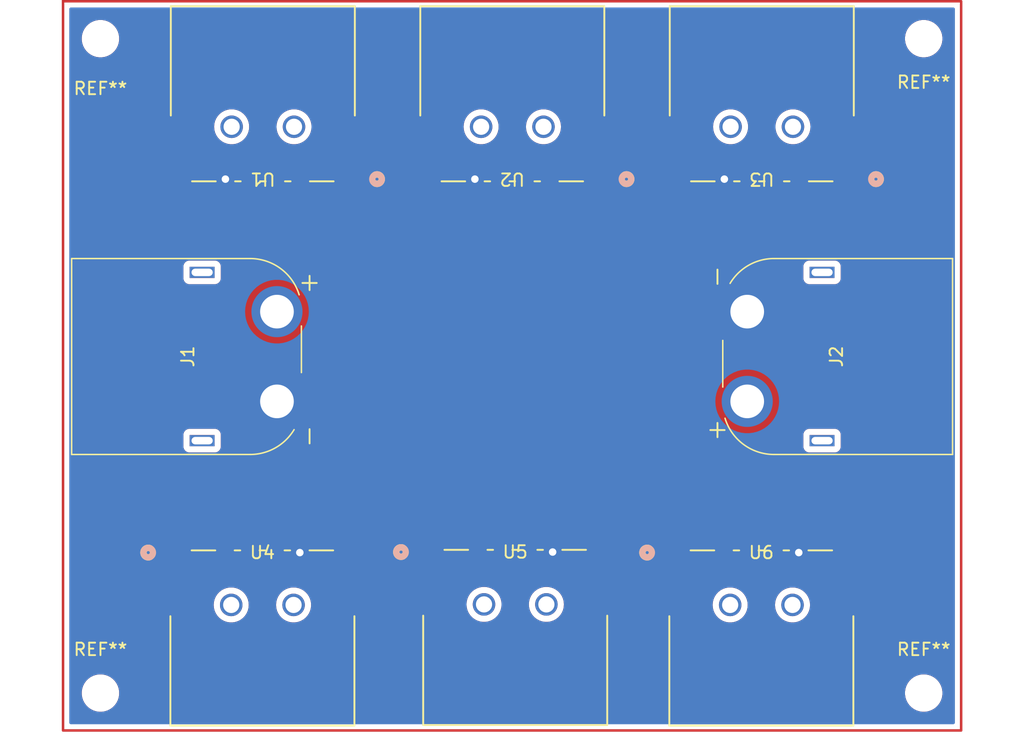
<source format=kicad_pcb>
(kicad_pcb (version 20240108) (generator "pcbnew") (generator_version "8.0")
  (layers (0 "F.Cu" signal) (31 "B.Cu" signal) (34 "B.Paste" user) (35 "F.Paste" user) (36 "B.SilkS" user "B.Silkscreen") (37 "F.SilkS" user "F.Silkscreen") (38 "B.Mask" user) (39 "F.Mask" user) (44 "Edge.Cuts" user))
  (net 0 "")
  (net 1 "VCC")
  (net 4 "GND")
  (footprint "Connector_AMASS:AMASS_XT60PW-M_1x02_P7.20mm_Horizontal" (layer "F.Cu") (at 152.85 87.9 -90)
    (property "Reference" "J2" (at 3.6 -7.15 90) (layer "F.SilkS"))
    (property "Value" "XT60PW-M")
    (fp_line (start 2.31 1.96) (end 6.05 1.96) (stroke (width 0.12)) (layer "F.SilkS"))
    (fp_line (start -4.26 -16.46) (end -4.26 -2.15) (stroke (width 0.12)) (layer "F.SilkS"))
    (fp_line (start -4.26 -16.46) (end 11.46 -16.46) (stroke (width 0.12)) (layer "F.SilkS"))
    (fp_line (start 11.46 -16.46) (end 11.46 -2.15) (stroke (width 0.12)) (layer "F.SilkS"))
    (fp_arc (start -2.266806 1.372958) (mid -3.727162 -0.126139) (end -4.26 -2.15) (stroke (width 0.12)) (layer "F.SilkS"))
    (fp_arc (start 11.46 -2.15) (mid 10.653852 0.294722) (end 8.551648 1.780413) (stroke (width 0.12)) (layer "F.SilkS"))
    (fp_text user "+" (at 9.5 2.5 90) (layer "F.SilkS") (effects (font (size 1.5 1.5))))
    (fp_text user "-" (at -2.8 2.5 90) (layer "F.SilkS") (effects (font (size 1.5 1.5))))
    (pad "" thru_hole rect (at -3.15 -6 270) (size 0.9 2) (drill oval 0.6 1.7) (layers "*.Cu" "*.Mask"))
    (pad "" thru_hole rect (at 10.35 -6 270) (size 0.9 2) (drill oval 0.6 1.7) (layers "*.Cu" "*.Mask"))
    (pad "1" thru_hole roundrect (at 0 0 270) (size 4.1 4.1) (drill 2.7) (layers "*.Cu" "*.Mask") (net 4 "GND"))
    (pad "2" thru_hole circle (at 7.2 0 270) (size 4.1 4.1) (drill 2.7) (layers "*.Cu" "*.Mask") (net 1 "VCC"))
  )
  (footprint "MountingHole:MountingHole_2.5mm" (layer "F.Cu") (at 101 118.5)
    (property "Reference" "REF**" (at 0 -3.5 0) (layer "F.SilkS"))
    (property "Value" "MountingHole_2.5mm")
    (pad "" np_thru_hole circle (at 0 0) (size 2.5 2.5) (drill 2.5) (layers "*.Cu" "*.Mask"))
  )
  (footprint "_Footprints:USB-A-S-RA-TSMT_ADM" (layer "F.Cu") (at 131.250003 107.186407)
    (property "Reference" "U5" (at 2.999999 0 0) (layer "F.SilkS"))
    (property "Value" "USB-A-S-RA-TSMT")
    (fp_circle (center -6.155 0) (end -5.774 0) (stroke (width 0.508)) (fill none) (layer "B.SilkS"))
    (fp_line (start -4.376999 5.104232) (end -4.376999 13.877001) (stroke (width 0.1524)) (layer "F.SilkS"))
    (fp_line (start -4.376999 13.877001) (end 10.376998 13.877001) (stroke (width 0.1524)) (layer "F.SilkS"))
    (fp_line (start -0.77724 -0.177) (end -2.672659 -0.177) (stroke (width 0.1524)) (layer "F.SilkS"))
    (fp_line (start 1.222759 -0.177) (end 0.77724 -0.177) (stroke (width 0.1524)) (layer "F.SilkS"))
    (fp_line (start 3.22276 -0.177) (end 2.777239 -0.177) (stroke (width 0.1524)) (layer "F.SilkS"))
    (fp_line (start 5.222758 -0.177) (end 4.77724 -0.177) (stroke (width 0.1524)) (layer "F.SilkS"))
    (fp_line (start 8.672657 -0.177) (end 6.777238 -0.177) (stroke (width 0.1524)) (layer "F.SilkS"))
    (fp_line (start 10.376998 13.877001) (end 10.376998 5.104232) (stroke (width 0.1524)) (layer "F.SilkS"))
    (fp_arc (start -6.005139 0.350289) (mid -6.536 0) (end -6.005139 -0.350289) (stroke (width 0.508)) (layer "F.SilkS"))
    (pad "1" smd rect (at 0 0) (size 0.889 2.4892) (layers "F.Cu" "F.Paste" "F.Mask") (net 1 "VCC"))
    (pad "2" smd rect (at 1.999999 0) (size 0.889 2.4892) (layers "F.Cu" "F.Paste" "F.Mask"))
    (pad "3" smd rect (at 4 0) (size 0.889 2.4892) (layers "F.Cu" "F.Paste" "F.Mask"))
    (pad "4" smd rect (at 5.999998 0) (size 0.889 2.4892) (layers "F.Cu" "F.Paste" "F.Mask") (net 4 "GND"))
    (pad "5" thru_hole circle (at 0.499999 4.199999) (size 1.8034 1.8034) (drill 1.2954) (layers "*.Cu" "*.Mask"))
    (pad "6" thru_hole circle (at 5.499999 4.199999) (size 1.8034 1.8034) (drill 1.2954) (layers "*.Cu" "*.Mask"))
    (pad "7" smd rect (at -4.249999 2.193392) (size 2.4892 5.1562) (layers "F.Cu" "F.Paste" "F.Mask"))
    (pad "8" smd rect (at 10.249997 2.193392) (size 2.4892 5.1562) (layers "F.Cu" "F.Paste" "F.Mask"))
  )
  (footprint "_Footprints:USB-A-S-RA-TSMT_ADM" (layer "F.Cu") (at 117.017399 77.270101 180)
    (property "Reference" "U1" (at 2.999999 0 180) (layer "F.SilkS"))
    (property "Value" "USB-A-S-RA-TSMT")
    (fp_circle (center -6.155 0) (end -5.774 0) (stroke (width 0.508)) (fill none) (layer "B.SilkS"))
    (fp_line (start 10.376998 13.877001) (end 10.376998 5.104232) (stroke (width 0.1524)) (layer "F.SilkS"))
    (fp_line (start 8.672657 -0.177) (end 6.777238 -0.177) (stroke (width 0.1524)) (layer "F.SilkS"))
    (fp_line (start 5.222758 -0.177) (end 4.77724 -0.177) (stroke (width 0.1524)) (layer "F.SilkS"))
    (fp_line (start 3.22276 -0.177) (end 2.777239 -0.177) (stroke (width 0.1524)) (layer "F.SilkS"))
    (fp_line (start 1.222759 -0.177) (end 0.77724 -0.177) (stroke (width 0.1524)) (layer "F.SilkS"))
    (fp_line (start -0.77724 -0.177) (end -2.672659 -0.177) (stroke (width 0.1524)) (layer "F.SilkS"))
    (fp_line (start -4.376999 13.877001) (end 10.376998 13.877001) (stroke (width 0.1524)) (layer "F.SilkS"))
    (fp_line (start -4.376999 5.104232) (end -4.376999 13.877001) (stroke (width 0.1524)) (layer "F.SilkS"))
    (fp_arc (start -6.005139 0.350289) (mid -6.536 0) (end -6.005139 -0.350289) (stroke (width 0.508)) (layer "F.SilkS"))
    (pad "1" smd rect (at 0 0 180) (size 0.889 2.4892) (layers "F.Cu" "F.Paste" "F.Mask") (net 1 "VCC"))
    (pad "2" smd rect (at 1.999999 0 180) (size 0.889 2.4892) (layers "F.Cu" "F.Paste" "F.Mask"))
    (pad "3" smd rect (at 4 0 180) (size 0.889 2.4892) (layers "F.Cu" "F.Paste" "F.Mask"))
    (pad "4" smd rect (at 5.999998 0 180) (size 0.889 2.4892) (layers "F.Cu" "F.Paste" "F.Mask") (net 4 "GND"))
    (pad "5" thru_hole circle (at 0.499999 4.199999 180) (size 1.8034 1.8034) (drill 1.2954) (layers "*.Cu" "*.Mask"))
    (pad "6" thru_hole circle (at 5.499999 4.199999 180) (size 1.8034 1.8034) (drill 1.2954) (layers "*.Cu" "*.Mask"))
    (pad "7" smd rect (at -4.249999 2.193392 180) (size 2.4892 5.1562) (layers "F.Cu" "F.Paste" "F.Mask"))
    (pad "8" smd rect (at 10.249997 2.193392 180) (size 2.4892 5.1562) (layers "F.Cu" "F.Paste" "F.Mask"))
  )
  (footprint "_Footprints:USB-A-S-RA-TSMT_ADM" (layer "F.Cu") (at 157.017399 77.270101 180)
    (property "Reference" "U3" (at 2.999999 0 180) (layer "F.SilkS"))
    (property "Value" "USB-A-S-RA-TSMT")
    (fp_circle (center -6.155 0) (end -5.774 0) (stroke (width 0.508)) (fill none) (layer "B.SilkS"))
    (fp_line (start 10.376998 13.877001) (end 10.376998 5.104232) (stroke (width 0.1524)) (layer "F.SilkS"))
    (fp_line (start 8.672657 -0.177) (end 6.777238 -0.177) (stroke (width 0.1524)) (layer "F.SilkS"))
    (fp_line (start 5.222758 -0.177) (end 4.77724 -0.177) (stroke (width 0.1524)) (layer "F.SilkS"))
    (fp_line (start 3.22276 -0.177) (end 2.777239 -0.177) (stroke (width 0.1524)) (layer "F.SilkS"))
    (fp_line (start 1.222759 -0.177) (end 0.77724 -0.177) (stroke (width 0.1524)) (layer "F.SilkS"))
    (fp_line (start -0.77724 -0.177) (end -2.672659 -0.177) (stroke (width 0.1524)) (layer "F.SilkS"))
    (fp_line (start -4.376999 13.877001) (end 10.376998 13.877001) (stroke (width 0.1524)) (layer "F.SilkS"))
    (fp_line (start -4.376999 5.104232) (end -4.376999 13.877001) (stroke (width 0.1524)) (layer "F.SilkS"))
    (fp_arc (start -6.005139 0.350289) (mid -6.536 0) (end -6.005139 -0.350289) (stroke (width 0.508)) (layer "F.SilkS"))
    (pad "1" smd rect (at 0 0 180) (size 0.889 2.4892) (layers "F.Cu" "F.Paste" "F.Mask") (net 1 "VCC"))
    (pad "2" smd rect (at 1.999999 0 180) (size 0.889 2.4892) (layers "F.Cu" "F.Paste" "F.Mask"))
    (pad "3" smd rect (at 4 0 180) (size 0.889 2.4892) (layers "F.Cu" "F.Paste" "F.Mask"))
    (pad "4" smd rect (at 5.999998 0 180) (size 0.889 2.4892) (layers "F.Cu" "F.Paste" "F.Mask") (net 4 "GND"))
    (pad "5" thru_hole circle (at 0.499999 4.199999 180) (size 1.8034 1.8034) (drill 1.2954) (layers "*.Cu" "*.Mask"))
    (pad "6" thru_hole circle (at 5.499999 4.199999 180) (size 1.8034 1.8034) (drill 1.2954) (layers "*.Cu" "*.Mask"))
    (pad "7" smd rect (at -4.249999 2.193392 180) (size 2.4892 5.1562) (layers "F.Cu" "F.Paste" "F.Mask"))
    (pad "8" smd rect (at 10.249997 2.193392 180) (size 2.4892 5.1562) (layers "F.Cu" "F.Paste" "F.Mask"))
  )
  (footprint "_Footprints:USB-A-S-RA-TSMT_ADM" (layer "F.Cu") (at 150.982601 107.2299)
    (property "Reference" "U6" (at 2.999999 0 0) (layer "F.SilkS"))
    (property "Value" "USB-A-S-RA-TSMT")
    (fp_circle (center -6.155 0) (end -5.774 0) (stroke (width 0.508)) (fill none) (layer "B.SilkS"))
    (fp_line (start -4.376999 5.104232) (end -4.376999 13.877001) (stroke (width 0.1524)) (layer "F.SilkS"))
    (fp_line (start -4.376999 13.877001) (end 10.376998 13.877001) (stroke (width 0.1524)) (layer "F.SilkS"))
    (fp_line (start -0.77724 -0.177) (end -2.672659 -0.177) (stroke (width 0.1524)) (layer "F.SilkS"))
    (fp_line (start 1.222759 -0.177) (end 0.77724 -0.177) (stroke (width 0.1524)) (layer "F.SilkS"))
    (fp_line (start 3.22276 -0.177) (end 2.777239 -0.177) (stroke (width 0.1524)) (layer "F.SilkS"))
    (fp_line (start 5.222758 -0.177) (end 4.77724 -0.177) (stroke (width 0.1524)) (layer "F.SilkS"))
    (fp_line (start 8.672657 -0.177) (end 6.777238 -0.177) (stroke (width 0.1524)) (layer "F.SilkS"))
    (fp_line (start 10.376998 13.877001) (end 10.376998 5.104232) (stroke (width 0.1524)) (layer "F.SilkS"))
    (fp_arc (start -6.005139 0.350289) (mid -6.536 0) (end -6.005139 -0.350289) (stroke (width 0.508)) (layer "F.SilkS"))
    (pad "1" smd rect (at 0 0) (size 0.889 2.4892) (layers "F.Cu" "F.Paste" "F.Mask") (net 1 "VCC"))
    (pad "2" smd rect (at 1.999999 0) (size 0.889 2.4892) (layers "F.Cu" "F.Paste" "F.Mask"))
    (pad "3" smd rect (at 4 0) (size 0.889 2.4892) (layers "F.Cu" "F.Paste" "F.Mask"))
    (pad "4" smd rect (at 5.999998 0) (size 0.889 2.4892) (layers "F.Cu" "F.Paste" "F.Mask") (net 4 "GND"))
    (pad "5" thru_hole circle (at 0.499999 4.199999) (size 1.8034 1.8034) (drill 1.2954) (layers "*.Cu" "*.Mask"))
    (pad "6" thru_hole circle (at 5.499999 4.199999) (size 1.8034 1.8034) (drill 1.2954) (layers "*.Cu" "*.Mask"))
    (pad "7" smd rect (at -4.249999 2.193392) (size 2.4892 5.1562) (layers "F.Cu" "F.Paste" "F.Mask"))
    (pad "8" smd rect (at 10.249997 2.193392) (size 2.4892 5.1562) (layers "F.Cu" "F.Paste" "F.Mask"))
  )
  (footprint "Connector_AMASS:AMASS_XT60PW-M_1x02_P7.20mm_Horizontal" (layer "F.Cu") (at 115.15 95.1 90)
    (property "Reference" "J1" (at 3.6 -7.15 90) (layer "F.SilkS"))
    (property "Value" "XT60PW-M")
    (fp_line (start 11.46 -16.46) (end 11.46 -2.15) (stroke (width 0.12)) (layer "F.SilkS"))
    (fp_line (start -4.26 -16.46) (end 11.46 -16.46) (stroke (width 0.12)) (layer "F.SilkS"))
    (fp_line (start -4.26 -16.46) (end -4.26 -2.15) (stroke (width 0.12)) (layer "F.SilkS"))
    (fp_line (start 2.31 1.96) (end 6.05 1.96) (stroke (width 0.12)) (layer "F.SilkS"))
    (fp_arc (start 11.46 -2.15) (mid 10.653852 0.294722) (end 8.551648 1.780413) (stroke (width 0.12)) (layer "F.SilkS"))
    (fp_arc (start -2.266806 1.372958) (mid -3.727162 -0.126139) (end -4.26 -2.15) (stroke (width 0.12)) (layer "F.SilkS"))
    (fp_text user "-" (at -2.8 2.5 90) (layer "F.SilkS") (effects (font (size 1.5 1.5))))
    (fp_text user "+" (at 9.5 2.5 90) (layer "F.SilkS") (effects (font (size 1.5 1.5))))
    (pad "" thru_hole rect (at -3.15 -6 90) (size 0.9 2) (drill oval 0.6 1.7) (layers "*.Cu" "*.Mask"))
    (pad "" thru_hole rect (at 10.35 -6 90) (size 0.9 2) (drill oval 0.6 1.7) (layers "*.Cu" "*.Mask"))
    (pad "1" thru_hole roundrect (at 0 0 90) (size 4.1 4.1) (drill 2.7) (layers "*.Cu" "*.Mask") (net 4 "GND"))
    (pad "2" thru_hole circle (at 7.2 0 90) (size 4.1 4.1) (drill 2.7) (layers "*.Cu" "*.Mask") (net 1 "VCC"))
  )
  (footprint "MountingHole:MountingHole_2.5mm" (layer "F.Cu") (at 101 66)
    (property "Reference" "REF**" (at 0 4 0) (layer "F.SilkS"))
    (property "Value" "MountingHole_2.5mm")
    (pad "" np_thru_hole circle (at 0 0) (size 2.5 2.5) (drill 2.5) (layers "*.Cu" "*.Mask"))
  )
  (footprint "MountingHole:MountingHole_2.5mm" (layer "F.Cu") (at 167 118.5)
    (property "Reference" "REF**" (at 0 -3.5 0) (layer "F.SilkS"))
    (property "Value" "MountingHole_2.5mm")
    (pad "" np_thru_hole circle (at 0 0) (size 2.5 2.5) (drill 2.5) (layers "*.Cu" "*.Mask"))
  )
  (footprint "_Footprints:USB-A-S-RA-TSMT_ADM" (layer "F.Cu") (at 110.982601 107.2299)
    (property "Reference" "U4" (at 2.999999 0 0) (layer "F.SilkS"))
    (property "Value" "USB-A-S-RA-TSMT")
    (fp_circle (center -6.155 0) (end -5.774 0) (stroke (width 0.508)) (fill none) (layer "B.SilkS"))
    (fp_line (start -4.376999 5.104232) (end -4.376999 13.877001) (stroke (width 0.1524)) (layer "F.SilkS"))
    (fp_line (start -4.376999 13.877001) (end 10.376998 13.877001) (stroke (width 0.1524)) (layer "F.SilkS"))
    (fp_line (start -0.77724 -0.177) (end -2.672659 -0.177) (stroke (width 0.1524)) (layer "F.SilkS"))
    (fp_line (start 1.222759 -0.177) (end 0.77724 -0.177) (stroke (width 0.1524)) (layer "F.SilkS"))
    (fp_line (start 3.22276 -0.177) (end 2.777239 -0.177) (stroke (width 0.1524)) (layer "F.SilkS"))
    (fp_line (start 5.222758 -0.177) (end 4.77724 -0.177) (stroke (width 0.1524)) (layer "F.SilkS"))
    (fp_line (start 8.672657 -0.177) (end 6.777238 -0.177) (stroke (width 0.1524)) (layer "F.SilkS"))
    (fp_line (start 10.376998 13.877001) (end 10.376998 5.104232) (stroke (width 0.1524)) (layer "F.SilkS"))
    (fp_arc (start -6.005139 0.350289) (mid -6.536 0) (end -6.005139 -0.350289) (stroke (width 0.508)) (layer "F.SilkS"))
    (pad "1" smd rect (at 0 0) (size 0.889 2.4892) (layers "F.Cu" "F.Paste" "F.Mask") (net 1 "VCC"))
    (pad "2" smd rect (at 1.999999 0) (size 0.889 2.4892) (layers "F.Cu" "F.Paste" "F.Mask"))
    (pad "3" smd rect (at 4 0) (size 0.889 2.4892) (layers "F.Cu" "F.Paste" "F.Mask"))
    (pad "4" smd rect (at 5.999998 0) (size 0.889 2.4892) (layers "F.Cu" "F.Paste" "F.Mask") (net 4 "GND"))
    (pad "5" thru_hole circle (at 0.499999 4.199999) (size 1.8034 1.8034) (drill 1.2954) (layers "*.Cu" "*.Mask"))
    (pad "6" thru_hole circle (at 5.499999 4.199999) (size 1.8034 1.8034) (drill 1.2954) (layers "*.Cu" "*.Mask"))
    (pad "7" smd rect (at -4.249999 2.193392) (size 2.4892 5.1562) (layers "F.Cu" "F.Paste" "F.Mask"))
    (pad "8" smd rect (at 10.249997 2.193392) (size 2.4892 5.1562) (layers "F.Cu" "F.Paste" "F.Mask"))
  )
  (footprint "_Footprints:USB-A-S-RA-TSMT_ADM" (layer "F.Cu") (at 137.017399 77.270101 180)
    (property "Reference" "U2" (at 2.999999 0 180) (layer "F.SilkS"))
    (property "Value" "USB-A-S-RA-TSMT")
    (fp_circle (center -6.155 0) (end -5.774 0) (stroke (width 0.508)) (fill none) (layer "B.SilkS"))
    (fp_line (start 10.376998 13.877001) (end 10.376998 5.104232) (stroke (width 0.1524)) (layer "F.SilkS"))
    (fp_line (start 8.672657 -0.177) (end 6.777238 -0.177) (stroke (width 0.1524)) (layer "F.SilkS"))
    (fp_line (start 5.222758 -0.177) (end 4.77724 -0.177) (stroke (width 0.1524)) (layer "F.SilkS"))
    (fp_line (start 3.22276 -0.177) (end 2.777239 -0.177) (stroke (width 0.1524)) (layer "F.SilkS"))
    (fp_line (start 1.222759 -0.177) (end 0.77724 -0.177) (stroke (width 0.1524)) (layer "F.SilkS"))
    (fp_line (start -0.77724 -0.177) (end -2.672659 -0.177) (stroke (width 0.1524)) (layer "F.SilkS"))
    (fp_line (start -4.376999 13.877001) (end 10.376998 13.877001) (stroke (width 0.1524)) (layer "F.SilkS"))
    (fp_line (start -4.376999 5.104232) (end -4.376999 13.877001) (stroke (width 0.1524)) (layer "F.SilkS"))
    (fp_arc (start -6.005139 0.350289) (mid -6.536 0) (end -6.005139 -0.350289) (stroke (width 0.508)) (layer "F.SilkS"))
    (pad "1" smd rect (at 0 0 180) (size 0.889 2.4892) (layers "F.Cu" "F.Paste" "F.Mask") (net 1 "VCC"))
    (pad "2" smd rect (at 1.999999 0 180) (size 0.889 2.4892) (layers "F.Cu" "F.Paste" "F.Mask"))
    (pad "3" smd rect (at 4 0 180) (size 0.889 2.4892) (layers "F.Cu" "F.Paste" "F.Mask"))
    (pad "4" smd rect (at 5.999998 0 180) (size 0.889 2.4892) (layers "F.Cu" "F.Paste" "F.Mask") (net 4 "GND"))
    (pad "5" thru_hole circle (at 0.499999 4.199999 180) (size 1.8034 1.8034) (drill 1.2954) (layers "*.Cu" "*.Mask"))
    (pad "6" thru_hole circle (at 5.499999 4.199999 180) (size 1.8034 1.8034) (drill 1.2954) (layers "*.Cu" "*.Mask"))
    (pad "7" smd rect (at -4.249999 2.193392 180) (size 2.4892 5.1562) (layers "F.Cu" "F.Paste" "F.Mask"))
    (pad "8" smd rect (at 10.249997 2.193392 180) (size 2.4892 5.1562) (layers "F.Cu" "F.Paste" "F.Mask"))
  )
  (footprint "MountingHole:MountingHole_2.5mm" (layer "F.Cu") (at 167 66)
    (property "Reference" "REF**" (at 0 3.5 0) (layer "F.SilkS"))
    (property "Value" "MountingHole_2.5mm")
    (pad "" np_thru_hole circle (at 0 0) (size 2.5 2.5) (drill 2.5) (layers "*.Cu" "*.Mask"))
  )
  (gr_rect (start 98 63) (end 170 121.5) (stroke (width 0.2)) (fill none) (layer "F.Cu"))
  (via (at 151.017401 77.270101) (size 0.8) (drill 0.6) (layers "F.Cu" "B.Cu") (net 4))
  (via (at 137.250001 107.186407) (size 0.8) (drill 0.6) (layers "F.Cu" "B.Cu") (net 4))
  (via (at 116.982599 107.2299) (size 0.8) (drill 0.6) (layers "F.Cu" "B.Cu") (net 4))
  (via (at 111.017401 77.270101) (size 0.8) (drill 0.6) (layers "F.Cu" "B.Cu") (net 4))
  (via (at 156.982599 107.2299) (size 0.8) (drill 0.6) (layers "F.Cu" "B.Cu") (net 4))
  (via (at 131.017401 77.270101) (size 0.8) (drill 0.6) (layers "F.Cu" "B.Cu") (net 4))
  (zone (net 1) (net_name "VCC") (layer "F.Cu") (connect_pads yes (clearance 0.5)) (min_thickness 0.25) (fill yes (thermal_gap 0.5) (thermal_bridge_width 0.5))
    (polygon (pts (xy 169.5 63.5) (xy 169.5 121) (xy 98.5 121) (xy 98.5 63.5)))
  )
  (zone (net 4) (net_name "GND") (layer "B.Cu") (priority 1) (connect_pads yes (clearance 0.5)) (min_thickness 0.25) (fill yes (thermal_gap 0.5) (thermal_bridge_width 0.5))
    (polygon (pts (xy 169.5 63.5) (xy 169.5 121) (xy 98.5 121) (xy 98.5 63.5)))
  )
)
</source>
